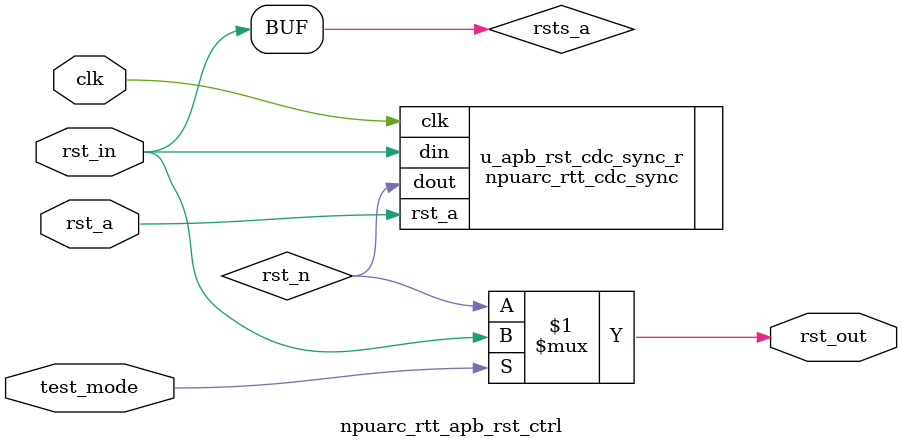
<source format=v>

`include "const.def"

// leda NTL_RST06 off
// LMD: Avoid internally generated resets
// LJ: We do need to synchronize the rst_a

// spyglass disable_block Reset_sync04 Reset_check04
// SMD: Asynchronous reset signal 'rst_a' is synchronized at least twice
// SJ:  We do need to synchronize the rst_a

// spyglass disable_block Reset_check07
// SMD: Clear pin of sequential element 'rst_n' is driven by combinational logic
// SJ:  Converting active high rst_a to active low rst_n

// spyglass disable_block Reset_check10
// SMD: Asynchronous reset signal 'pd1_rst_a' is synchronized at least twice
// SJ:  Synchronize the pd1_rst_a is OK

// spyglass disable_block Ac_unsync01
// SMD: Unsynchronized Crossing
// SJ:  mcip_clk and clk are the same clock

// spyglass disable_block STARC05-1.3.1.3
// SMD: asynchronous reset signal being used as synchronous or other use
// SJ:  used as asynchronous

module npuarc_rtt_apb_rst_ctrl (
input  clk,            // clock
input  rst_a,          // Global reset
input  rst_in,         // reset in
output rst_out,        // reset out
input  test_mode       // test mode to bypass FFs
);

//////////////////////////////////////////////////////////////////
// Synchronizing flip-flops (with async clear function)
wire rst_n;        // active low reset output of 2nd sync FF
wire rsts_a;

assign rsts_a = rst_in;

npuarc_rtt_cdc_sync u_apb_rst_cdc_sync_r (
                                   .clk   (clk),
                                   .rst_a (rst_a),
                                   .din   (rsts_a),
                                   .dout  (rst_n)
                                  );

assign rst_out = test_mode ? rst_in : rst_n;

endmodule
// leda NTL_RST06 on

// spyglass enable_block STARC05-1.3.1.3
// spyglass enable_block Reset_sync04
// spyglass enable_block Reset_check04
// spyglass enable_block Reset_check07
// spyglass enable_block Reset_check10
// spyglass enable_block Ac_unsync01

</source>
